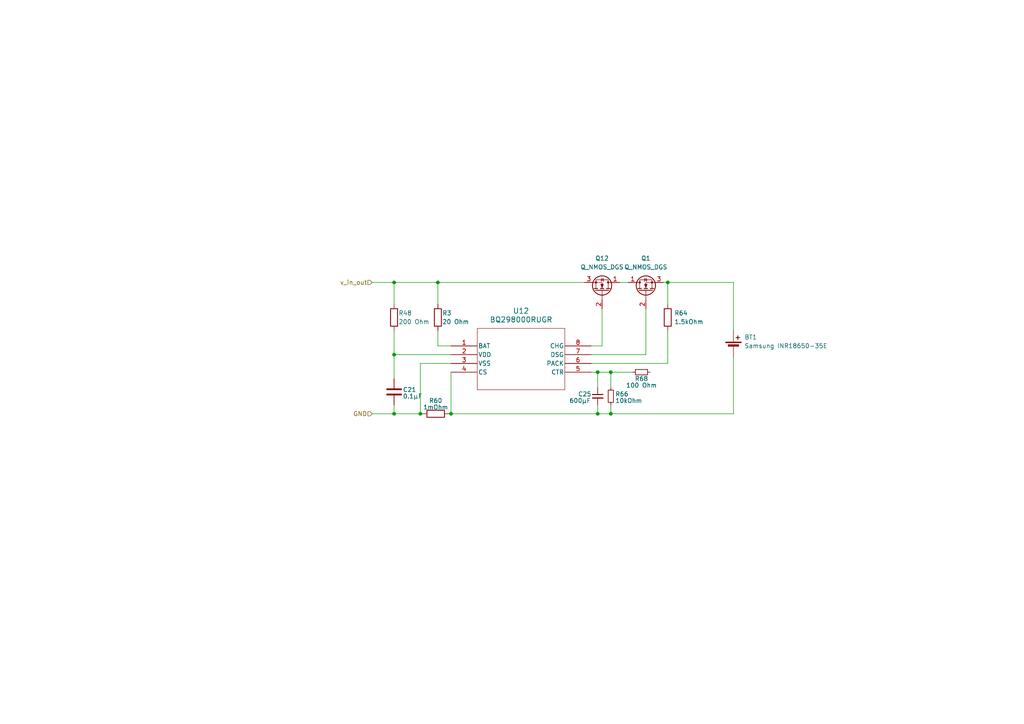
<source format=kicad_sch>
(kicad_sch (version 20230121) (generator eeschema)
  (paper "A4")
  (lib_symbols
    (symbol "BQ2980:BQ298000RUGR" (pin_names (offset 0.254))
      (property "Reference" "U" (at 20.32 10.16 0))
      (property "Value" "BQ298000RUGR" (at 20.32 7.62 0))
      (symbol "BQ298000RUGR_1_1"
        (polyline (pts (xy 7.62 -12.7) (xy 33.02 -12.7)) (stroke (width 0.127)))
        (polyline (pts (xy 7.62 5.08) (xy 7.62 -12.7)) (stroke (width 0.127)))
        (polyline (pts (xy 33.02 -12.7) (xy 33.02 5.08)) (stroke (width 0.127)))
        (polyline (pts (xy 33.02 5.08) (xy 7.62 5.08)) (stroke (width 0.127)))
        (pin input line (at 0 0 0) (length 7.62) (name "BAT") (number "1"))
        (pin power_in line (at 0 -2.54 0) (length 7.62) (name "VDD") (number "2"))
        (pin power_in line (at 0 -5.08 0) (length 7.62) (name "VSS") (number "3"))
        (pin input line (at 0 -7.62 0) (length 7.62) (name "CS") (number "4"))
        (pin input line (at 40.64 -7.62 180) (length 7.62) (name "CTR") (number "5"))
        (pin input line (at 40.64 -5.08 180) (length 7.62) (name "PACK") (number "6"))
        (pin output line (at 40.64 -2.54 180) (length 7.62) (name "DSG") (number "7"))
        (pin output line (at 40.64 0 180) (length 7.62) (name "CHG") (number "8"))
      )
    )
    (symbol "Device:Battery_Cell" (pin_numbers hide) (pin_names (offset 0) hide)
      (property "Reference" "BT" (at 2.54 2.54 0))
      (property "Value" "Battery_Cell" (at 2.54 0 0))
      (symbol "Battery_Cell_0_1"
        (rectangle (start -2.286 1.778) (end 2.286 1.524) (fill (type outline)))
        (rectangle (start -1.524 1.016) (end 1.524 0.508) (fill (type outline)))
        (polyline (pts (xy 0 0.762) (xy 0 0)))
        (polyline (pts (xy 0 1.778) (xy 0 2.54)))
        (polyline (pts (xy 0.762 3.048) (xy 1.778 3.048)) (stroke (width 0.254)))
        (polyline (pts (xy 1.27 3.556) (xy 1.27 2.54)) (stroke (width 0.254)))
      )
      (symbol "Battery_Cell_1_1"
        (pin passive line (at 0 5.08 270) (length 2.54) (name "+") (number "1"))
        (pin passive line (at 0 -2.54 90) (length 2.54) (name "-") (number "2"))
      )
    )
    (symbol "Device:C" (pin_numbers hide) (pin_names (offset 0.254))
      (property "Reference" "C" (at 0.635 2.54 0))
      (property "Value" "C" (at 0.635 -2.54 0))
      (symbol "C_0_1"
        (polyline (pts (xy -2.032 -0.762) (xy 2.032 -0.762)) (stroke (width 0.508)))
        (polyline (pts (xy -2.032 0.762) (xy 2.032 0.762)) (stroke (width 0.508)))
      )
      (symbol "C_1_1"
        (pin passive line (at 0 3.81 270) (length 2.794) (name "~") (number "1"))
        (pin passive line (at 0 -3.81 90) (length 2.794) (name "~") (number "2"))
      )
    )
    (symbol "Device:C_Small" (pin_numbers hide) (pin_names (offset 0.254) hide)
      (property "Reference" "C" (at 0.254 1.778 0))
      (property "Value" "C_Small" (at 0.254 -2.032 0))
      (symbol "C_Small_0_1"
        (polyline (pts (xy -1.524 -0.508) (xy 1.524 -0.508)) (stroke (width 0.3302)))
        (polyline (pts (xy -1.524 0.508) (xy 1.524 0.508)) (stroke (width 0.3048)))
      )
      (symbol "C_Small_1_1"
        (pin passive line (at 0 2.54 270) (length 2.032) (name "~") (number "1"))
        (pin passive line (at 0 -2.54 90) (length 2.032) (name "~") (number "2"))
      )
    )
    (symbol "Device:Q_NMOS_DGS" (pin_names (offset 0) hide)
      (property "Reference" "Q" (at 5.08 1.27 0))
      (property "Value" "Q_NMOS_DGS" (at 5.08 -1.27 0))
      (symbol "Q_NMOS_DGS_0_1"
        (polyline (pts (xy 0.254 0) (xy -2.54 0)))
        (polyline (pts (xy 0.254 1.905) (xy 0.254 -1.905)) (stroke (width 0.254)))
        (polyline (pts (xy 0.762 -1.27) (xy 0.762 -2.286)) (stroke (width 0.254)))
        (polyline (pts (xy 0.762 0.508) (xy 0.762 -0.508)) (stroke (width 0.254)))
        (polyline (pts (xy 0.762 2.286) (xy 0.762 1.27)) (stroke (width 0.254)))
        (polyline (pts (xy 2.54 2.54) (xy 2.54 1.778)))
        (polyline (pts (xy 2.54 -2.54) (xy 2.54 0) (xy 0.762 0)))
        (polyline (pts (xy 0.762 -1.778) (xy 3.302 -1.778) (xy 3.302 1.778) (xy 0.762 1.778)))
        (polyline (pts (xy 1.016 0) (xy 2.032 0.381) (xy 2.032 -0.381) (xy 1.016 0)) (fill (type outline)))
        (polyline (pts (xy 2.794 0.508) (xy 2.921 0.381) (xy 3.683 0.381) (xy 3.81 0.254)))
        (polyline (pts (xy 3.302 0.381) (xy 2.921 -0.254) (xy 3.683 -0.254) (xy 3.302 0.381)))
        (circle (center 1.651 0) (radius 2.794) (stroke (width 0.254)))
        (circle (center 2.54 -1.778) (radius 0.254) (fill (type outline)))
        (circle (center 2.54 1.778) (radius 0.254) (fill (type outline)))
      )
      (symbol "Q_NMOS_DGS_1_1"
        (pin passive line (at 2.54 5.08 270) (length 2.54) (name "D") (number "1"))
        (pin input line (at -5.08 0 0) (length 2.54) (name "G") (number "2"))
        (pin passive line (at 2.54 -5.08 90) (length 2.54) (name "S") (number "3"))
      )
    )
    (symbol "Device:R" (pin_numbers hide) (pin_names (offset 0))
      (property "Reference" "R" (at 2.032 0 90))
      (property "Value" "R" (at 0 0 90))
      (symbol "R_0_1"
        (rectangle (start -1.016 -2.54) (end 1.016 2.54) (stroke (width 0.254)))
      )
      (symbol "R_1_1"
        (pin passive line (at 0 3.81 270) (length 1.27) (name "~") (number "1"))
        (pin passive line (at 0 -3.81 90) (length 1.27) (name "~") (number "2"))
      )
    )
    (symbol "Device:R_Small" (pin_numbers hide) (pin_names (offset 0.254) hide)
      (property "Reference" "R" (at 0.762 0.508 0))
      (property "Value" "R_Small" (at 0.762 -1.016 0))
      (symbol "R_Small_0_1"
        (rectangle (start -0.762 1.778) (end 0.762 -1.778) (stroke (width 0.2032)))
      )
      (symbol "R_Small_1_1"
        (pin passive line (at 0 2.54 270) (length 0.762) (name "~") (number "1"))
        (pin passive line (at 0 -2.54 90) (length 0.762) (name "~") (number "2"))
      )
    )
  )
  (junction (at 127 81.915))
  (junction (at 114.3 102.87))
  (junction (at 114.3 120.015))
  (junction (at 177.165 107.95))
  (junction (at 121.92 120.015))
  (junction (at 130.81 120.015))
  (junction (at 177.165 120.015))
  (junction (at 173.355 107.95))
  (junction (at 114.3 81.915))
  (junction (at 193.675 81.915))
  (junction (at 173.355 120.015))
  (wire (pts (xy 130.81 105.41) (xy 121.92 105.41)))
  (wire (pts (xy 173.355 120.015) (xy 177.165 120.015)))
  (wire (pts (xy 212.725 120.015) (xy 212.725 103.505)))
  (wire (pts (xy 171.45 105.41) (xy 193.675 105.41)))
  (wire (pts (xy 127 81.915) (xy 127 88.265)))
  (wire (pts (xy 171.45 100.33) (xy 174.625 100.33)))
  (wire (pts (xy 174.625 100.33) (xy 174.625 89.535)))
  (wire (pts (xy 114.3 117.475) (xy 114.3 120.015)))
  (wire (pts (xy 107.95 120.015) (xy 114.3 120.015)))
  (wire (pts (xy 114.3 102.87) (xy 114.3 109.855)))
  (wire (pts (xy 114.3 120.015) (xy 121.92 120.015)))
  (wire (pts (xy 179.705 81.915) (xy 182.245 81.915)))
  (wire (pts (xy 127 81.915) (xy 169.545 81.915)))
  (wire (pts (xy 130.81 107.95) (xy 130.81 120.015)))
  (wire (pts (xy 114.3 81.915) (xy 127 81.915)))
  (wire (pts (xy 177.165 107.95) (xy 177.165 112.395)))
  (wire (pts (xy 114.3 102.87) (xy 130.81 102.87)))
  (wire (pts (xy 171.45 102.87) (xy 187.325 102.87)))
  (wire (pts (xy 114.3 81.915) (xy 114.3 88.265)))
  (wire (pts (xy 187.325 102.87) (xy 187.325 89.535)))
  (wire (pts (xy 130.175 120.015) (xy 130.81 120.015)))
  (wire (pts (xy 171.45 107.95) (xy 173.355 107.95)))
  (wire (pts (xy 127 95.885) (xy 127 100.33)))
  (wire (pts (xy 173.355 107.95) (xy 177.165 107.95)))
  (wire (pts (xy 177.165 107.95) (xy 183.515 107.95)))
  (wire (pts (xy 130.81 120.015) (xy 173.355 120.015)))
  (wire (pts (xy 127 100.33) (xy 130.81 100.33)))
  (wire (pts (xy 173.355 117.475) (xy 173.355 120.015)))
  (wire (pts (xy 121.92 120.015) (xy 122.555 120.015)))
  (wire (pts (xy 121.92 105.41) (xy 121.92 120.015)))
  (wire (pts (xy 173.355 107.95) (xy 173.355 112.395)))
  (wire (pts (xy 212.725 95.885) (xy 212.725 81.915)))
  (wire (pts (xy 107.95 81.915) (xy 114.3 81.915)))
  (wire (pts (xy 177.165 120.015) (xy 212.725 120.015)))
  (wire (pts (xy 193.675 105.41) (xy 193.675 95.885)))
  (wire (pts (xy 177.165 117.475) (xy 177.165 120.015)))
  (wire (pts (xy 212.725 81.915) (xy 193.675 81.915)))
  (wire (pts (xy 192.405 81.915) (xy 193.675 81.915)))
  (wire (pts (xy 114.3 95.885) (xy 114.3 102.87)))
  (wire (pts (xy 193.675 88.265) (xy 193.675 81.915)))
  (hierarchical_label "GND" (shape input) (at 107.95 120.015 180))
  (hierarchical_label "v_in_out" (shape input) (at 107.95 81.915 180))
  (symbol (lib_id "Device:R") (at 193.675 92.075 0) (unit 1)
    (property "Reference" "R64" (at 195.58 90.805 0) (effects (justify left)))
    (property "Value" "1.5kOhm" (at 195.58 93.345 0) (effects (justify left)))
    (instances (project "Payload_PCB" (path "" (reference "R64") (unit 1)) (path "" (reference "R65") (unit 1))))
  )
  (symbol (lib_id "Device:Q_NMOS_DGS") (at 174.625 84.455 270) (mirror x) (unit 1)
    (property "Reference" "Q12" (at 174.625 74.93 90))
    (property "Value" "Q_NMOS_DGS" (at 174.625 77.47 90))
    (instances (project "Payload_PCB" (path "" (reference "Q12") (unit 1)) (path "" (reference "Q19") (unit 1))))
  )
  (symbol (lib_id "Device:R") (at 114.3 92.075 0) (unit 1)
    (property "Reference" "R48" (at 115.57 90.805 0) (effects (justify left)))
    (property "Value" "200 Ohm" (at 115.57 93.345 0) (effects (justify left)))
    (instances (project "Payload_PCB" (path "" (reference "R48") (unit 1)) (path "" (reference "R57") (unit 1))))
  )
  (symbol (lib_id "Device:R_Small") (at 177.165 114.935 0) (unit 1)
    (property "Reference" "R66" (at 178.435 114.3 0) (effects (justify left)))
    (property "Value" "10kOhm" (at 178.435 116.205 0) (effects (justify left)))
    (instances (project "Payload_PCB" (path "" (reference "R66") (unit 1)) (path "" (reference "R67") (unit 1))))
  )
  (symbol (lib_id "Device:R") (at 126.365 120.015 90) (unit 1)
    (property "Reference" "R60" (at 126.365 116.205 90))
    (property "Value" "1mOhm" (at 126.365 118.11 90))
    (instances (project "Payload_PCB" (path "" (reference "R60") (unit 1)) (path "" (reference "R61") (unit 1))))
  )
  (symbol (lib_id "Device:Q_NMOS_DGS") (at 187.325 84.455 90) (unit 1)
    (property "Reference" "Q1" (at 187.325 74.93 90))
    (property "Value" "Q_NMOS_DGS" (at 187.325 77.47 90))
    (instances (project "Payload_PCB" (path "" (reference "Q1") (unit 1)) (path "" (reference "Q2") (unit 1))))
  )
  (symbol (lib_id "BQ2980:BQ298000RUGR") (at 130.81 100.33 0) (unit 1)
    (property "Reference" "U12" (at 151.13 90.17 0) (effects (font (size 1.524 1.524))))
    (property "Value" "BQ298000RUGR" (at 151.13 92.71 0) (effects (font (size 1.524 1.524))))
    (property "Footprint" "RUG8_TEX" (effects hide))
    (property "Datasheet" "BQ298000RUGR" (effects hide))
    (instances (project "Payload_PCB" (path "" (reference "U12") (unit 1)) (path "" (reference "U13") (unit 1))))
  )
  (symbol (lib_id "Device:Battery_Cell") (at 212.725 100.965 0) (unit 1)
    (property "Reference" "BT1" (at 215.9 97.79 0) (effects (justify left)))
    (property "Value" "Samsung INR18650-35E" (at 215.9 100.33 0) (effects (justify left)))
    (instances (project "Payload_PCB" (path "" (reference "BT1") (unit 1)) (path "" (reference "BT2") (unit 1)) (path "" (reference "BT1") (unit 1)) (path "" (reference "BT2") (unit 1))))
  )
  (symbol (lib_id "Device:C") (at 114.3 113.665 0) (unit 1)
    (property "Reference" "C21" (at 116.84 113.03 0) (effects (justify left)))
    (property "Value" "0.1µF" (at 116.84 114.935 0) (effects (justify left)))
    (instances (project "Payload_PCB" (path "" (reference "C21") (unit 1)) (path "" (reference "C24") (unit 1))))
  )
  (symbol (lib_id "Device:R_Small") (at 186.055 107.95 90) (unit 1)
    (property "Reference" "R68" (at 186.055 109.855 90))
    (property "Value" "100 Ohm" (at 186.055 111.76 90))
    (instances (project "Payload_PCB" (path "" (reference "R68") (unit 1)) (path "" (reference "R69") (unit 1))))
  )
  (symbol (lib_id "Device:C_Small") (at 173.355 114.935 0) (unit 1)
    (property "Reference" "C25" (at 167.64 114.3 0) (effects (justify left)))
    (property "Value" "600µF" (at 165.1 116.205 0) (effects (justify left)))
    (instances (project "Payload_PCB" (path "" (reference "C25") (unit 1)) (path "" (reference "C26") (unit 1))))
  )
  (symbol (lib_id "Device:R") (at 127 92.075 0) (unit 1)
    (property "Reference" "R3" (at 128.27 90.805 0) (effects (justify left)))
    (property "Value" "20 Ohm" (at 128.27 93.345 0) (effects (justify left)))
    (instances (project "Payload_PCB" (path "" (reference "R3") (unit 1)) (path "" (reference "R47") (unit 1))))
  )
)
</source>
